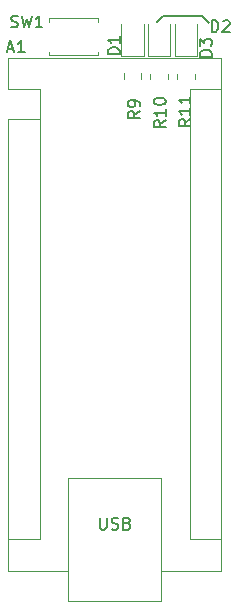
<source format=gbr>
%TF.GenerationSoftware,KiCad,Pcbnew,7.0.1*%
%TF.CreationDate,2023-03-18T17:30:27+01:00*%
%TF.ProjectId,gateway-nano-E01-ml01sp4,67617465-7761-4792-9d6e-616e6f2d4530,rev?*%
%TF.SameCoordinates,Original*%
%TF.FileFunction,Legend,Top*%
%TF.FilePolarity,Positive*%
%FSLAX46Y46*%
G04 Gerber Fmt 4.6, Leading zero omitted, Abs format (unit mm)*
G04 Created by KiCad (PCBNEW 7.0.1) date 2023-03-18 17:30:27*
%MOMM*%
%LPD*%
G01*
G04 APERTURE LIST*
%ADD10C,0.150000*%
%ADD11C,0.120000*%
G04 APERTURE END LIST*
D10*
X129900000Y-78900000D02*
X126600000Y-78900000D01*
X130500000Y-79500000D02*
X129900000Y-78900000D01*
X126600000Y-78900000D02*
X126100000Y-79400000D01*
%TO.C,R11*%
X128962619Y-87642857D02*
X128486428Y-87976190D01*
X128962619Y-88214285D02*
X127962619Y-88214285D01*
X127962619Y-88214285D02*
X127962619Y-87833333D01*
X127962619Y-87833333D02*
X128010238Y-87738095D01*
X128010238Y-87738095D02*
X128057857Y-87690476D01*
X128057857Y-87690476D02*
X128153095Y-87642857D01*
X128153095Y-87642857D02*
X128295952Y-87642857D01*
X128295952Y-87642857D02*
X128391190Y-87690476D01*
X128391190Y-87690476D02*
X128438809Y-87738095D01*
X128438809Y-87738095D02*
X128486428Y-87833333D01*
X128486428Y-87833333D02*
X128486428Y-88214285D01*
X128962619Y-86690476D02*
X128962619Y-87261904D01*
X128962619Y-86976190D02*
X127962619Y-86976190D01*
X127962619Y-86976190D02*
X128105476Y-87071428D01*
X128105476Y-87071428D02*
X128200714Y-87166666D01*
X128200714Y-87166666D02*
X128248333Y-87261904D01*
X128962619Y-85738095D02*
X128962619Y-86309523D01*
X128962619Y-86023809D02*
X127962619Y-86023809D01*
X127962619Y-86023809D02*
X128105476Y-86119047D01*
X128105476Y-86119047D02*
X128200714Y-86214285D01*
X128200714Y-86214285D02*
X128248333Y-86309523D01*
%TO.C,SW1*%
X113766667Y-79815000D02*
X113909524Y-79862619D01*
X113909524Y-79862619D02*
X114147619Y-79862619D01*
X114147619Y-79862619D02*
X114242857Y-79815000D01*
X114242857Y-79815000D02*
X114290476Y-79767380D01*
X114290476Y-79767380D02*
X114338095Y-79672142D01*
X114338095Y-79672142D02*
X114338095Y-79576904D01*
X114338095Y-79576904D02*
X114290476Y-79481666D01*
X114290476Y-79481666D02*
X114242857Y-79434047D01*
X114242857Y-79434047D02*
X114147619Y-79386428D01*
X114147619Y-79386428D02*
X113957143Y-79338809D01*
X113957143Y-79338809D02*
X113861905Y-79291190D01*
X113861905Y-79291190D02*
X113814286Y-79243571D01*
X113814286Y-79243571D02*
X113766667Y-79148333D01*
X113766667Y-79148333D02*
X113766667Y-79053095D01*
X113766667Y-79053095D02*
X113814286Y-78957857D01*
X113814286Y-78957857D02*
X113861905Y-78910238D01*
X113861905Y-78910238D02*
X113957143Y-78862619D01*
X113957143Y-78862619D02*
X114195238Y-78862619D01*
X114195238Y-78862619D02*
X114338095Y-78910238D01*
X114671429Y-78862619D02*
X114909524Y-79862619D01*
X114909524Y-79862619D02*
X115100000Y-79148333D01*
X115100000Y-79148333D02*
X115290476Y-79862619D01*
X115290476Y-79862619D02*
X115528572Y-78862619D01*
X116433333Y-79862619D02*
X115861905Y-79862619D01*
X116147619Y-79862619D02*
X116147619Y-78862619D01*
X116147619Y-78862619D02*
X116052381Y-79005476D01*
X116052381Y-79005476D02*
X115957143Y-79100714D01*
X115957143Y-79100714D02*
X115861905Y-79148333D01*
%TO.C,D1*%
X122962619Y-82138094D02*
X121962619Y-82138094D01*
X121962619Y-82138094D02*
X121962619Y-81899999D01*
X121962619Y-81899999D02*
X122010238Y-81757142D01*
X122010238Y-81757142D02*
X122105476Y-81661904D01*
X122105476Y-81661904D02*
X122200714Y-81614285D01*
X122200714Y-81614285D02*
X122391190Y-81566666D01*
X122391190Y-81566666D02*
X122534047Y-81566666D01*
X122534047Y-81566666D02*
X122724523Y-81614285D01*
X122724523Y-81614285D02*
X122819761Y-81661904D01*
X122819761Y-81661904D02*
X122915000Y-81757142D01*
X122915000Y-81757142D02*
X122962619Y-81899999D01*
X122962619Y-81899999D02*
X122962619Y-82138094D01*
X122962619Y-80614285D02*
X122962619Y-81185713D01*
X122962619Y-80899999D02*
X121962619Y-80899999D01*
X121962619Y-80899999D02*
X122105476Y-80995237D01*
X122105476Y-80995237D02*
X122200714Y-81090475D01*
X122200714Y-81090475D02*
X122248333Y-81185713D01*
%TO.C,D3*%
X130762619Y-82338094D02*
X129762619Y-82338094D01*
X129762619Y-82338094D02*
X129762619Y-82099999D01*
X129762619Y-82099999D02*
X129810238Y-81957142D01*
X129810238Y-81957142D02*
X129905476Y-81861904D01*
X129905476Y-81861904D02*
X130000714Y-81814285D01*
X130000714Y-81814285D02*
X130191190Y-81766666D01*
X130191190Y-81766666D02*
X130334047Y-81766666D01*
X130334047Y-81766666D02*
X130524523Y-81814285D01*
X130524523Y-81814285D02*
X130619761Y-81861904D01*
X130619761Y-81861904D02*
X130715000Y-81957142D01*
X130715000Y-81957142D02*
X130762619Y-82099999D01*
X130762619Y-82099999D02*
X130762619Y-82338094D01*
X129762619Y-81433332D02*
X129762619Y-80814285D01*
X129762619Y-80814285D02*
X130143571Y-81147618D01*
X130143571Y-81147618D02*
X130143571Y-81004761D01*
X130143571Y-81004761D02*
X130191190Y-80909523D01*
X130191190Y-80909523D02*
X130238809Y-80861904D01*
X130238809Y-80861904D02*
X130334047Y-80814285D01*
X130334047Y-80814285D02*
X130572142Y-80814285D01*
X130572142Y-80814285D02*
X130667380Y-80861904D01*
X130667380Y-80861904D02*
X130715000Y-80909523D01*
X130715000Y-80909523D02*
X130762619Y-81004761D01*
X130762619Y-81004761D02*
X130762619Y-81290475D01*
X130762619Y-81290475D02*
X130715000Y-81385713D01*
X130715000Y-81385713D02*
X130667380Y-81433332D01*
%TO.C,R10*%
X126862619Y-87742857D02*
X126386428Y-88076190D01*
X126862619Y-88314285D02*
X125862619Y-88314285D01*
X125862619Y-88314285D02*
X125862619Y-87933333D01*
X125862619Y-87933333D02*
X125910238Y-87838095D01*
X125910238Y-87838095D02*
X125957857Y-87790476D01*
X125957857Y-87790476D02*
X126053095Y-87742857D01*
X126053095Y-87742857D02*
X126195952Y-87742857D01*
X126195952Y-87742857D02*
X126291190Y-87790476D01*
X126291190Y-87790476D02*
X126338809Y-87838095D01*
X126338809Y-87838095D02*
X126386428Y-87933333D01*
X126386428Y-87933333D02*
X126386428Y-88314285D01*
X126862619Y-86790476D02*
X126862619Y-87361904D01*
X126862619Y-87076190D02*
X125862619Y-87076190D01*
X125862619Y-87076190D02*
X126005476Y-87171428D01*
X126005476Y-87171428D02*
X126100714Y-87266666D01*
X126100714Y-87266666D02*
X126148333Y-87361904D01*
X125862619Y-86171428D02*
X125862619Y-86076190D01*
X125862619Y-86076190D02*
X125910238Y-85980952D01*
X125910238Y-85980952D02*
X125957857Y-85933333D01*
X125957857Y-85933333D02*
X126053095Y-85885714D01*
X126053095Y-85885714D02*
X126243571Y-85838095D01*
X126243571Y-85838095D02*
X126481666Y-85838095D01*
X126481666Y-85838095D02*
X126672142Y-85885714D01*
X126672142Y-85885714D02*
X126767380Y-85933333D01*
X126767380Y-85933333D02*
X126815000Y-85980952D01*
X126815000Y-85980952D02*
X126862619Y-86076190D01*
X126862619Y-86076190D02*
X126862619Y-86171428D01*
X126862619Y-86171428D02*
X126815000Y-86266666D01*
X126815000Y-86266666D02*
X126767380Y-86314285D01*
X126767380Y-86314285D02*
X126672142Y-86361904D01*
X126672142Y-86361904D02*
X126481666Y-86409523D01*
X126481666Y-86409523D02*
X126243571Y-86409523D01*
X126243571Y-86409523D02*
X126053095Y-86361904D01*
X126053095Y-86361904D02*
X125957857Y-86314285D01*
X125957857Y-86314285D02*
X125910238Y-86266666D01*
X125910238Y-86266666D02*
X125862619Y-86171428D01*
%TO.C,R9*%
X124662619Y-86966666D02*
X124186428Y-87299999D01*
X124662619Y-87538094D02*
X123662619Y-87538094D01*
X123662619Y-87538094D02*
X123662619Y-87157142D01*
X123662619Y-87157142D02*
X123710238Y-87061904D01*
X123710238Y-87061904D02*
X123757857Y-87014285D01*
X123757857Y-87014285D02*
X123853095Y-86966666D01*
X123853095Y-86966666D02*
X123995952Y-86966666D01*
X123995952Y-86966666D02*
X124091190Y-87014285D01*
X124091190Y-87014285D02*
X124138809Y-87061904D01*
X124138809Y-87061904D02*
X124186428Y-87157142D01*
X124186428Y-87157142D02*
X124186428Y-87538094D01*
X124662619Y-86490475D02*
X124662619Y-86299999D01*
X124662619Y-86299999D02*
X124615000Y-86204761D01*
X124615000Y-86204761D02*
X124567380Y-86157142D01*
X124567380Y-86157142D02*
X124424523Y-86061904D01*
X124424523Y-86061904D02*
X124234047Y-86014285D01*
X124234047Y-86014285D02*
X123853095Y-86014285D01*
X123853095Y-86014285D02*
X123757857Y-86061904D01*
X123757857Y-86061904D02*
X123710238Y-86109523D01*
X123710238Y-86109523D02*
X123662619Y-86204761D01*
X123662619Y-86204761D02*
X123662619Y-86395237D01*
X123662619Y-86395237D02*
X123710238Y-86490475D01*
X123710238Y-86490475D02*
X123757857Y-86538094D01*
X123757857Y-86538094D02*
X123853095Y-86585713D01*
X123853095Y-86585713D02*
X124091190Y-86585713D01*
X124091190Y-86585713D02*
X124186428Y-86538094D01*
X124186428Y-86538094D02*
X124234047Y-86490475D01*
X124234047Y-86490475D02*
X124281666Y-86395237D01*
X124281666Y-86395237D02*
X124281666Y-86204761D01*
X124281666Y-86204761D02*
X124234047Y-86109523D01*
X124234047Y-86109523D02*
X124186428Y-86061904D01*
X124186428Y-86061904D02*
X124091190Y-86014285D01*
%TO.C,A1*%
X113485714Y-81676904D02*
X113961904Y-81676904D01*
X113390476Y-81962619D02*
X113723809Y-80962619D01*
X113723809Y-80962619D02*
X114057142Y-81962619D01*
X114914285Y-81962619D02*
X114342857Y-81962619D01*
X114628571Y-81962619D02*
X114628571Y-80962619D01*
X114628571Y-80962619D02*
X114533333Y-81105476D01*
X114533333Y-81105476D02*
X114438095Y-81200714D01*
X114438095Y-81200714D02*
X114342857Y-81248333D01*
X121293095Y-121382619D02*
X121293095Y-122192142D01*
X121293095Y-122192142D02*
X121340714Y-122287380D01*
X121340714Y-122287380D02*
X121388333Y-122335000D01*
X121388333Y-122335000D02*
X121483571Y-122382619D01*
X121483571Y-122382619D02*
X121674047Y-122382619D01*
X121674047Y-122382619D02*
X121769285Y-122335000D01*
X121769285Y-122335000D02*
X121816904Y-122287380D01*
X121816904Y-122287380D02*
X121864523Y-122192142D01*
X121864523Y-122192142D02*
X121864523Y-121382619D01*
X122293095Y-122335000D02*
X122435952Y-122382619D01*
X122435952Y-122382619D02*
X122674047Y-122382619D01*
X122674047Y-122382619D02*
X122769285Y-122335000D01*
X122769285Y-122335000D02*
X122816904Y-122287380D01*
X122816904Y-122287380D02*
X122864523Y-122192142D01*
X122864523Y-122192142D02*
X122864523Y-122096904D01*
X122864523Y-122096904D02*
X122816904Y-122001666D01*
X122816904Y-122001666D02*
X122769285Y-121954047D01*
X122769285Y-121954047D02*
X122674047Y-121906428D01*
X122674047Y-121906428D02*
X122483571Y-121858809D01*
X122483571Y-121858809D02*
X122388333Y-121811190D01*
X122388333Y-121811190D02*
X122340714Y-121763571D01*
X122340714Y-121763571D02*
X122293095Y-121668333D01*
X122293095Y-121668333D02*
X122293095Y-121573095D01*
X122293095Y-121573095D02*
X122340714Y-121477857D01*
X122340714Y-121477857D02*
X122388333Y-121430238D01*
X122388333Y-121430238D02*
X122483571Y-121382619D01*
X122483571Y-121382619D02*
X122721666Y-121382619D01*
X122721666Y-121382619D02*
X122864523Y-121430238D01*
X123626428Y-121858809D02*
X123769285Y-121906428D01*
X123769285Y-121906428D02*
X123816904Y-121954047D01*
X123816904Y-121954047D02*
X123864523Y-122049285D01*
X123864523Y-122049285D02*
X123864523Y-122192142D01*
X123864523Y-122192142D02*
X123816904Y-122287380D01*
X123816904Y-122287380D02*
X123769285Y-122335000D01*
X123769285Y-122335000D02*
X123674047Y-122382619D01*
X123674047Y-122382619D02*
X123293095Y-122382619D01*
X123293095Y-122382619D02*
X123293095Y-121382619D01*
X123293095Y-121382619D02*
X123626428Y-121382619D01*
X123626428Y-121382619D02*
X123721666Y-121430238D01*
X123721666Y-121430238D02*
X123769285Y-121477857D01*
X123769285Y-121477857D02*
X123816904Y-121573095D01*
X123816904Y-121573095D02*
X123816904Y-121668333D01*
X123816904Y-121668333D02*
X123769285Y-121763571D01*
X123769285Y-121763571D02*
X123721666Y-121811190D01*
X123721666Y-121811190D02*
X123626428Y-121858809D01*
X123626428Y-121858809D02*
X123293095Y-121858809D01*
%TO.C,D2*%
X130761905Y-80262619D02*
X130761905Y-79262619D01*
X130761905Y-79262619D02*
X131000000Y-79262619D01*
X131000000Y-79262619D02*
X131142857Y-79310238D01*
X131142857Y-79310238D02*
X131238095Y-79405476D01*
X131238095Y-79405476D02*
X131285714Y-79500714D01*
X131285714Y-79500714D02*
X131333333Y-79691190D01*
X131333333Y-79691190D02*
X131333333Y-79834047D01*
X131333333Y-79834047D02*
X131285714Y-80024523D01*
X131285714Y-80024523D02*
X131238095Y-80119761D01*
X131238095Y-80119761D02*
X131142857Y-80215000D01*
X131142857Y-80215000D02*
X131000000Y-80262619D01*
X131000000Y-80262619D02*
X130761905Y-80262619D01*
X131714286Y-79357857D02*
X131761905Y-79310238D01*
X131761905Y-79310238D02*
X131857143Y-79262619D01*
X131857143Y-79262619D02*
X132095238Y-79262619D01*
X132095238Y-79262619D02*
X132190476Y-79310238D01*
X132190476Y-79310238D02*
X132238095Y-79357857D01*
X132238095Y-79357857D02*
X132285714Y-79453095D01*
X132285714Y-79453095D02*
X132285714Y-79548333D01*
X132285714Y-79548333D02*
X132238095Y-79691190D01*
X132238095Y-79691190D02*
X131666667Y-80262619D01*
X131666667Y-80262619D02*
X132285714Y-80262619D01*
D11*
%TO.C,R11*%
X127840636Y-84247775D02*
X127840636Y-83793647D01*
X129310636Y-84247775D02*
X129310636Y-83793647D01*
%TO.C,SW1*%
X121145636Y-82220000D02*
X117005636Y-82220000D01*
X121145636Y-81920000D02*
X121145636Y-82220000D01*
X121145636Y-79080000D02*
X121145636Y-79380000D01*
X117005636Y-82220000D02*
X117005636Y-81920000D01*
X117005636Y-79380000D02*
X117005636Y-79080000D01*
X117005636Y-79080000D02*
X121145636Y-79080000D01*
%TO.C,D1*%
X123078048Y-82273243D02*
X124998048Y-82273243D01*
X124998048Y-82273243D02*
X124998048Y-79588243D01*
X123078048Y-79588243D02*
X123078048Y-82273243D01*
%TO.C,D3*%
X127615636Y-82305711D02*
X129535636Y-82305711D01*
X129535636Y-82305711D02*
X129535636Y-79620711D01*
X127615636Y-79620711D02*
X127615636Y-82305711D01*
%TO.C,R10*%
X125565000Y-84239564D02*
X125565000Y-83785436D01*
X127035000Y-84239564D02*
X127035000Y-83785436D01*
%TO.C,R9*%
X123303048Y-84215307D02*
X123303048Y-83761179D01*
X124773048Y-84215307D02*
X124773048Y-83761179D01*
%TO.C,A1*%
X113535000Y-82420000D02*
X113535000Y-85090000D01*
X113535000Y-87630000D02*
X113535000Y-125860000D01*
X113535000Y-125860000D02*
X118615000Y-125860000D01*
X116205000Y-85090000D02*
X113535000Y-85090000D01*
X116205000Y-87630000D02*
X113535000Y-87630000D01*
X116205000Y-87630000D02*
X116205000Y-85090000D01*
X116205000Y-87630000D02*
X116205000Y-123190000D01*
X116205000Y-123190000D02*
X113535000Y-123190000D01*
X118615000Y-117980000D02*
X126495000Y-117980000D01*
X118615000Y-128400000D02*
X118615000Y-117980000D01*
X126495000Y-117980000D02*
X126495000Y-128400000D01*
X126495000Y-128400000D02*
X118615000Y-128400000D01*
X128905000Y-85090000D02*
X128905000Y-123190000D01*
X128905000Y-85090000D02*
X131575000Y-85090000D01*
X128905000Y-123190000D02*
X131575000Y-123190000D01*
X131575000Y-82420000D02*
X113535000Y-82420000D01*
X131575000Y-125860000D02*
X126495000Y-125860000D01*
X131575000Y-125860000D02*
X131575000Y-82420000D01*
%TO.C,D2*%
X125340000Y-82285000D02*
X127260000Y-82285000D01*
X127260000Y-82285000D02*
X127260000Y-79600000D01*
X125340000Y-79600000D02*
X125340000Y-82285000D01*
%TD*%
M02*

</source>
